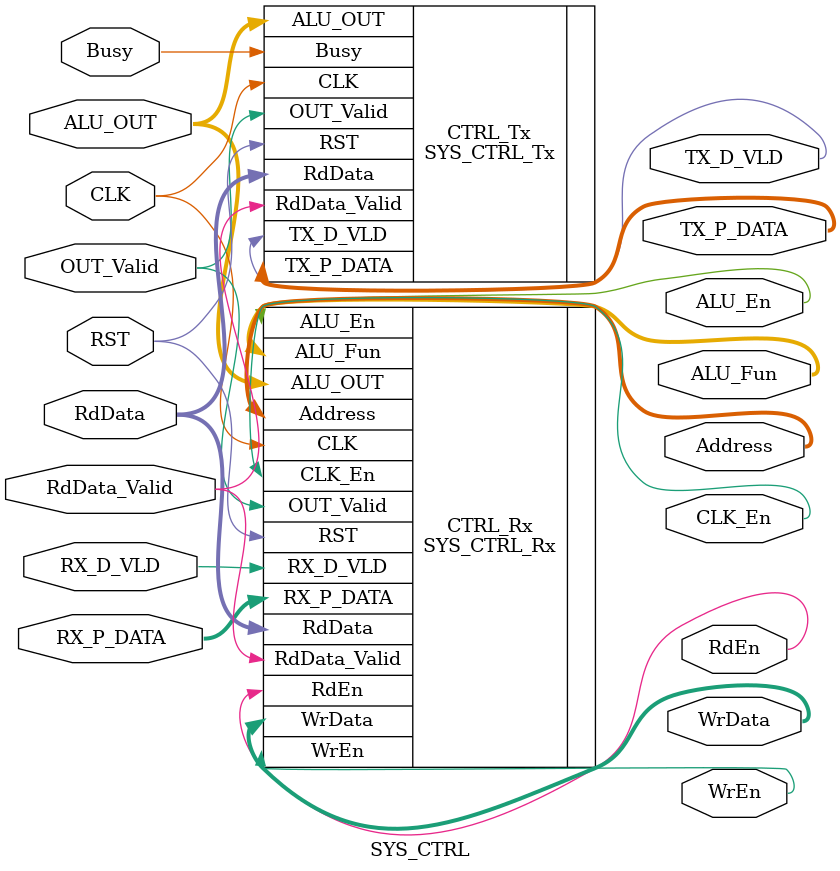
<source format=v>
module SYS_CTRL (
    //Rx
    input       wire        [7:0]       RX_P_DATA,
    input       wire                    RX_D_VLD,

    //Tx
    input       wire                    Busy, 
    output      wire        [7:0]       TX_P_DATA,
    output      wire                    TX_D_VLD,

    //ALU
    input       wire        [7:0]       ALU_OUT,
    input       wire                    OUT_Valid,
    output      wire                    ALU_En,
    output      wire        [3:0]       ALU_Fun,
    output      wire                    CLK_En,


    //Register File
    input       wire        [7:0]       RdData,
    input       wire                    RdData_Valid,
    output      wire        [3:0]       Address,
    output      wire                    WrEn,
    output      wire                    RdEn,
    output      wire        [7:0]       WrData,

    //Clock and Reset
    input       wire                    CLK,
    input       wire                    RST
);

SYS_CTRL_Rx CTRL_Rx (
    .RX_P_DATA(RX_P_DATA),
    .RX_D_VLD(RX_D_VLD),
    .ALU_OUT(ALU_OUT),
    .OUT_Valid(OUT_Valid),
    .ALU_En(ALU_En),
    .ALU_Fun(ALU_Fun),
    .CLK_En(CLK_En),
    .RdData(RdData),
    .RdData_Valid(RdData_Valid),
    .Address(Address),
    .WrEn(WrEn),
    .RdEn(RdEn),
    .WrData(WrData),
    .CLK(CLK),
    .RST(RST)
);


SYS_CTRL_Tx CTRL_Tx (
    .ALU_OUT(ALU_OUT),
    .OUT_Valid(OUT_Valid),
    .RdData(RdData),
    .RdData_Valid(RdData_Valid),
    .CLK(CLK),
    .RST(RST),
    .Busy(Busy),
    .TX_P_DATA(TX_P_DATA),
    .TX_D_VLD(TX_D_VLD)
);


endmodule
</source>
